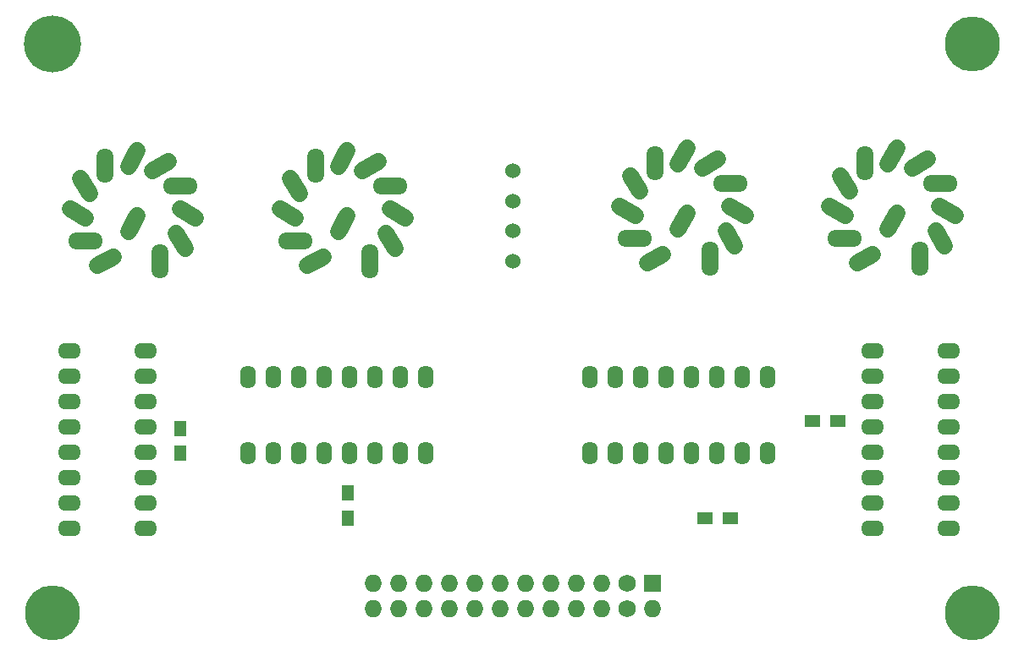
<source format=gts>
G04 #@! TF.FileFunction,Soldermask,Top*
%FSLAX46Y46*%
G04 Gerber Fmt 4.6, Leading zero omitted, Abs format (unit mm)*
G04 Created by KiCad (PCBNEW 4.0.4-stable) date 11/21/16 22:50:33*
%MOMM*%
%LPD*%
G01*
G04 APERTURE LIST*
%ADD10C,0.100000*%
%ADD11O,2.300000X1.600000*%
%ADD12O,1.600000X2.300000*%
%ADD13R,1.727200X1.727200*%
%ADD14O,1.727200X1.727200*%
%ADD15C,1.727200*%
%ADD16C,1.524000*%
%ADD17C,5.700000*%
%ADD18C,5.500000*%
%ADD19R,1.500000X1.250000*%
%ADD20R,1.250000X1.500000*%
%ADD21C,1.700000*%
%ADD22O,3.500000X1.700000*%
%ADD23O,1.700000X3.500000*%
G04 APERTURE END LIST*
D10*
D11*
X164000000Y-81750000D03*
X164000000Y-84290000D03*
X164000000Y-86830000D03*
X164000000Y-89370000D03*
X164000000Y-91910000D03*
X164000000Y-94450000D03*
X164000000Y-96990000D03*
X164000000Y-99530000D03*
X171620000Y-99530000D03*
X171620000Y-96990000D03*
X171620000Y-94450000D03*
X171620000Y-91910000D03*
X171620000Y-89370000D03*
X171620000Y-86830000D03*
X171620000Y-84290000D03*
X171620000Y-81750000D03*
D12*
X135750000Y-92000000D03*
X138290000Y-92000000D03*
X140830000Y-92000000D03*
X143370000Y-92000000D03*
X145910000Y-92000000D03*
X148450000Y-92000000D03*
X150990000Y-92000000D03*
X153530000Y-92000000D03*
X153530000Y-84380000D03*
X150990000Y-84380000D03*
X148450000Y-84380000D03*
X145910000Y-84380000D03*
X143370000Y-84380000D03*
X140830000Y-84380000D03*
X138290000Y-84380000D03*
X135750000Y-84380000D03*
X101500000Y-92000000D03*
X104040000Y-92000000D03*
X106580000Y-92000000D03*
X109120000Y-92000000D03*
X111660000Y-92000000D03*
X114200000Y-92000000D03*
X116740000Y-92000000D03*
X119280000Y-92000000D03*
X119280000Y-84380000D03*
X116740000Y-84380000D03*
X114200000Y-84380000D03*
X111660000Y-84380000D03*
X109120000Y-84380000D03*
X106580000Y-84380000D03*
X104040000Y-84380000D03*
X101500000Y-84380000D03*
D11*
X91250000Y-99500000D03*
X91250000Y-96960000D03*
X91250000Y-94420000D03*
X91250000Y-91880000D03*
X91250000Y-89340000D03*
X91250000Y-86800000D03*
X91250000Y-84260000D03*
X91250000Y-81720000D03*
X83630000Y-81720000D03*
X83630000Y-84260000D03*
X83630000Y-86800000D03*
X83630000Y-89340000D03*
X83630000Y-91880000D03*
X83630000Y-94420000D03*
X83630000Y-96960000D03*
X83630000Y-99500000D03*
D13*
X142000000Y-105000000D03*
D14*
X142000000Y-107540000D03*
D15*
X139460000Y-105000000D03*
X139460000Y-107540000D03*
D14*
X136920000Y-105000000D03*
X136920000Y-107540000D03*
X134380000Y-105000000D03*
X134380000Y-107540000D03*
X131840000Y-105000000D03*
X131840000Y-107540000D03*
X129300000Y-105000000D03*
X129300000Y-107540000D03*
X126760000Y-105000000D03*
X126760000Y-107540000D03*
X124220000Y-105000000D03*
X124220000Y-107540000D03*
X121680000Y-105000000D03*
X121680000Y-107540000D03*
X119140000Y-105000000D03*
X119140000Y-107540000D03*
X116600000Y-105000000D03*
X116600000Y-107540000D03*
X114060000Y-105000000D03*
X114060000Y-107540000D03*
D16*
X128000000Y-66750000D03*
X128000000Y-63750000D03*
X128000000Y-72750000D03*
X128000000Y-69750000D03*
D17*
X82000000Y-51000000D03*
D18*
X174000000Y-51000000D03*
X174000000Y-108000000D03*
X82000000Y-108000000D03*
D19*
X147250000Y-98500000D03*
X149750000Y-98500000D03*
D20*
X94750000Y-89500000D03*
X94750000Y-92000000D03*
X111500000Y-96000000D03*
X111500000Y-98500000D03*
D19*
X160500000Y-88750000D03*
X158000000Y-88750000D03*
D21*
X145450000Y-67970577D02*
X144550000Y-69529423D01*
X149720577Y-67300000D02*
X151279423Y-68200000D01*
D22*
X149763140Y-65000000D03*
D21*
X146970577Y-63436860D02*
X148529423Y-62536860D01*
X144550000Y-63029423D02*
X145450000Y-61470577D01*
D23*
X142250000Y-62986860D03*
D21*
X140686860Y-65779423D02*
X139786860Y-64220577D01*
X140279423Y-68200000D02*
X138720577Y-67300000D01*
D22*
X140236860Y-70500000D03*
D21*
X143029423Y-72063140D02*
X141470577Y-72963140D01*
D23*
X147750000Y-72513140D03*
D21*
X149313140Y-69720577D02*
X150213140Y-71279423D01*
X166450000Y-67970577D02*
X165550000Y-69529423D01*
X170720577Y-67300000D02*
X172279423Y-68200000D01*
D22*
X170763140Y-65000000D03*
D21*
X167970577Y-63436860D02*
X169529423Y-62536860D01*
X165550000Y-63029423D02*
X166450000Y-61470577D01*
D23*
X163250000Y-62986860D03*
D21*
X161686860Y-65779423D02*
X160786860Y-64220577D01*
X161279423Y-68200000D02*
X159720577Y-67300000D01*
D22*
X161236860Y-70500000D03*
D21*
X164029423Y-72063140D02*
X162470577Y-72963140D01*
D23*
X168750000Y-72513140D03*
D21*
X170313140Y-69720577D02*
X171213140Y-71279423D01*
X111450000Y-68220577D02*
X110550000Y-69779423D01*
X115720577Y-67550000D02*
X117279423Y-68450000D01*
D22*
X115763140Y-65250000D03*
D21*
X112970577Y-63686860D02*
X114529423Y-62786860D01*
X110550000Y-63279423D02*
X111450000Y-61720577D01*
D23*
X108250000Y-63236860D03*
D21*
X106686860Y-66029423D02*
X105786860Y-64470577D01*
X106279423Y-68450000D02*
X104720577Y-67550000D01*
D22*
X106236860Y-70750000D03*
D21*
X109029423Y-72313140D02*
X107470577Y-73213140D01*
D23*
X113750000Y-72763140D03*
D21*
X115313140Y-69970577D02*
X116213140Y-71529423D01*
X90450000Y-68220577D02*
X89550000Y-69779423D01*
X94720577Y-67550000D02*
X96279423Y-68450000D01*
D22*
X94763140Y-65250000D03*
D21*
X91970577Y-63686860D02*
X93529423Y-62786860D01*
X89550000Y-63279423D02*
X90450000Y-61720577D01*
D23*
X87250000Y-63236860D03*
D21*
X85686860Y-66029423D02*
X84786860Y-64470577D01*
X85279423Y-68450000D02*
X83720577Y-67550000D01*
D22*
X85236860Y-70750000D03*
D21*
X88029423Y-72313140D02*
X86470577Y-73213140D01*
D23*
X92750000Y-72763140D03*
D21*
X94313140Y-69970577D02*
X95213140Y-71529423D01*
M02*

</source>
